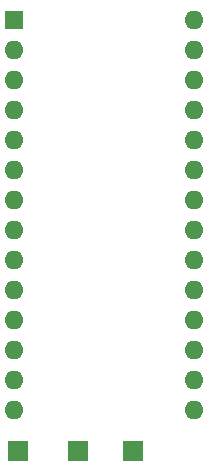
<source format=gbr>
%TF.GenerationSoftware,KiCad,Pcbnew,(5.1.9)-1*%
%TF.CreationDate,2021-05-11T14:20:08+02:00*%
%TF.ProjectId,ZX81 Intern 16K,5a583831-2049-46e7-9465-726e2031364b,rev?*%
%TF.SameCoordinates,Original*%
%TF.FileFunction,Soldermask,Bot*%
%TF.FilePolarity,Negative*%
%FSLAX46Y46*%
G04 Gerber Fmt 4.6, Leading zero omitted, Abs format (unit mm)*
G04 Created by KiCad (PCBNEW (5.1.9)-1) date 2021-05-11 14:20:08*
%MOMM*%
%LPD*%
G01*
G04 APERTURE LIST*
%ADD10R,1.600000X1.600000*%
%ADD11O,1.600000X1.600000*%
%ADD12R,1.700000X1.700000*%
G04 APERTURE END LIST*
D10*
%TO.C,REF\u002A\u002A*%
X110795000Y-71602600D03*
D11*
X126035000Y-104622600D03*
X110795000Y-74142600D03*
X126035000Y-102082600D03*
X110795000Y-76682600D03*
X126035000Y-99542600D03*
X110795000Y-79222600D03*
X126035000Y-97002600D03*
X110795000Y-81762600D03*
X126035000Y-94462600D03*
X110795000Y-84302600D03*
X126035000Y-91922600D03*
X110795000Y-86842600D03*
X126035000Y-89382600D03*
X110795000Y-89382600D03*
X126035000Y-86842600D03*
X110795000Y-91922600D03*
X126035000Y-84302600D03*
X110795000Y-94462600D03*
X126035000Y-81762600D03*
X110795000Y-97002600D03*
X126035000Y-79222600D03*
X110795000Y-99542600D03*
X126035000Y-76682600D03*
X110795000Y-102082600D03*
X126035000Y-74142600D03*
X110795000Y-104622600D03*
X126035000Y-71602600D03*
%TD*%
D12*
%TO.C,J1*%
X111100000Y-108052000D03*
%TD*%
%TO.C,J2*%
X120870000Y-108052000D03*
%TD*%
%TO.C,J3*%
X116210000Y-108052000D03*
%TD*%
M02*

</source>
